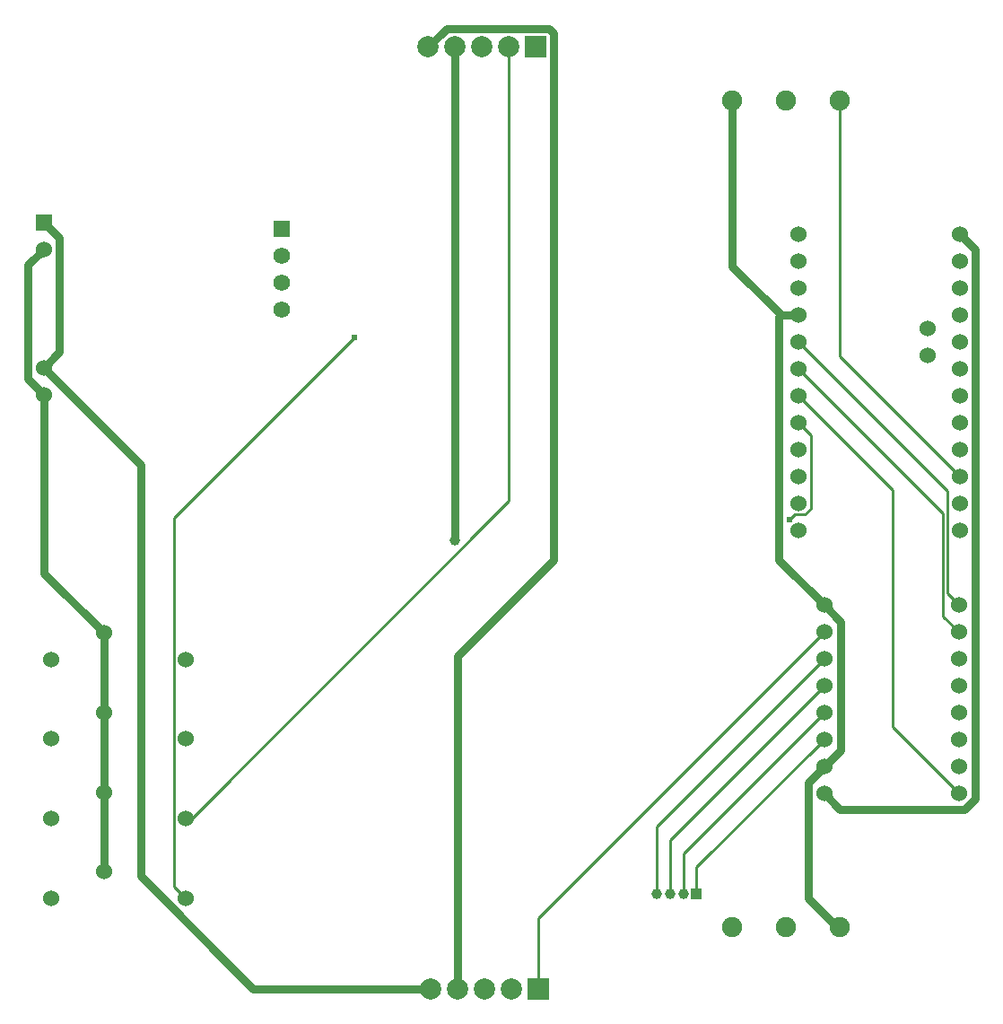
<source format=gbl>
G04 Layer: BottomLayer*
G04 EasyEDA v6.5.47, 2024-11-20 18:03:06*
G04 98833bf8f3114fe38780f31a112c5de4,28dbc4cd0de04f76b295d4d1f3f9c80b,10*
G04 Gerber Generator version 0.2*
G04 Scale: 100 percent, Rotated: No, Reflected: No *
G04 Dimensions in millimeters *
G04 leading zeros omitted , absolute positions ,4 integer and 5 decimal *
%FSLAX45Y45*%
%MOMM*%

%ADD10C,0.2540*%
%ADD11C,0.7600*%
%ADD12C,1.5240*%
%ADD13R,1.0000X1.0000*%
%ADD14C,1.0000*%
%ADD15R,2.0000X2.0000*%
%ADD16C,2.0000*%
%ADD17R,1.5748X1.5748*%
%ADD18C,1.5748*%
%ADD19R,1.5240X1.5240*%
%ADD20C,1.9000*%
%ADD21C,0.6100*%

%LPD*%
D10*
X7618984Y6118984D02*
G01*
X8985224Y4752743D01*
X8985224Y3784749D01*
X9134983Y3634991D01*
X7618984Y6372984D02*
G01*
X9026016Y4965951D01*
X9026016Y3997957D01*
X9134983Y3888991D01*
X7618984Y5610984D02*
G01*
X7736204Y5493763D01*
X7736204Y4798311D01*
X7682585Y4744692D01*
X7586319Y4744692D01*
X7535570Y4693942D01*
X7864983Y3126991D02*
G01*
X6410502Y1672511D01*
X6410502Y1168397D01*
X7864983Y2872991D02*
G01*
X6535521Y1543530D01*
X6535521Y1168397D01*
X7864983Y2618991D02*
G01*
X6660515Y1414523D01*
X6660515Y1168397D01*
X9142984Y5102981D02*
G01*
X8013700Y6232263D01*
X8013700Y8636000D01*
D11*
X7864983Y2364991D02*
G01*
X7713522Y2213531D01*
X7713522Y1119959D01*
X8007731Y825751D01*
X7864983Y3888991D02*
G01*
X8020405Y3733568D01*
X8020405Y2520414D01*
X7864983Y2364991D01*
X7618984Y6626984D02*
G01*
X7456881Y6626984D01*
X6997954Y8635745D02*
G01*
X6997954Y7085911D01*
X7456883Y6626981D01*
X1065123Y1374950D02*
G01*
X1065123Y2124961D01*
X1065123Y2124961D02*
G01*
X1065123Y2874947D01*
X1065123Y2874947D02*
G01*
X1065123Y3624958D01*
X1065123Y3624958D02*
G01*
X499998Y4190083D01*
X499998Y5872985D01*
X499998Y7245982D02*
G01*
X350012Y7095995D01*
X350012Y6022972D01*
X499998Y5872985D01*
X7456881Y6626984D02*
G01*
X7437018Y6607121D01*
X7437018Y4316956D01*
X7864983Y3888991D01*
X9142984Y7388984D02*
G01*
X9291167Y7240800D01*
X9291167Y2061690D01*
X9191370Y1961893D01*
X8014081Y1961893D01*
X7864983Y2110991D01*
X499998Y7499982D02*
G01*
X647827Y7352154D01*
X647827Y6274813D01*
X499998Y6126985D01*
X4152900Y266697D02*
G01*
X2476423Y266697D01*
X1412544Y1330576D01*
X1412544Y5214439D01*
X499998Y6126985D01*
D10*
X7864983Y3380991D02*
G01*
X6285509Y1801517D01*
X6285509Y1168397D01*
X4889500Y9156697D02*
G01*
X4889500Y4869914D01*
X1894611Y1875025D01*
X1834997Y1875025D01*
D11*
X4406900Y266697D02*
G01*
X4406900Y3406061D01*
X5311571Y4310733D01*
X5311571Y9285780D01*
X5269433Y9327918D01*
X4298721Y9327918D01*
X4127500Y9156697D01*
D10*
X3431438Y6416189D02*
G01*
X1726514Y4711265D01*
X1726514Y1233497D01*
X1834997Y1125014D01*
X7618984Y5864984D02*
G01*
X8510397Y4973571D01*
X8510397Y2735577D01*
X9134983Y2110991D01*
X7864983Y3634991D02*
G01*
X5168900Y938908D01*
X5168900Y266697D01*
D11*
X4381500Y9156697D02*
G01*
X4381500Y4499988D01*
D12*
G01*
X499998Y6126987D03*
G01*
X499998Y5872987D03*
D13*
G01*
X6660515Y1168400D03*
D14*
G01*
X6535521Y1168400D03*
G01*
X6410502Y1168400D03*
G01*
X6285509Y1168400D03*
D15*
G01*
X5143500Y9156700D03*
D16*
G01*
X4889500Y9156700D03*
G01*
X4635500Y9156700D03*
G01*
X4381500Y9156700D03*
G01*
X4127500Y9156700D03*
D15*
G01*
X5168900Y266700D03*
D16*
G01*
X4914900Y266700D03*
G01*
X4660900Y266700D03*
G01*
X4406900Y266700D03*
G01*
X4152900Y266700D03*
D17*
G01*
X2743200Y7442200D03*
D18*
G01*
X2743200Y7188200D03*
G01*
X2743200Y6934200D03*
G01*
X2743200Y6680200D03*
D19*
G01*
X499998Y7499985D03*
D12*
G01*
X499998Y7245985D03*
G01*
X1834997Y3375025D03*
G01*
X1065123Y3624961D03*
G01*
X564997Y3375025D03*
G01*
X1834997Y2625013D03*
G01*
X1065123Y2874949D03*
G01*
X564997Y2625013D03*
G01*
X1834997Y1875028D03*
G01*
X1065123Y2124963D03*
G01*
X564997Y1875028D03*
G01*
X1834997Y1125016D03*
G01*
X1065123Y1374952D03*
G01*
X564997Y1125016D03*
D20*
G01*
X6992238Y8649715D03*
G01*
X7499984Y8649970D03*
G01*
X8007984Y8649970D03*
G01*
X8007731Y850239D03*
G01*
X7499984Y849985D03*
G01*
X6991984Y849985D03*
D12*
G01*
X7864983Y2618994D03*
G01*
X7864983Y2364994D03*
G01*
X7864983Y2110994D03*
G01*
X7864983Y2872994D03*
G01*
X7864983Y3126994D03*
G01*
X7864983Y3380994D03*
G01*
X7864983Y3634994D03*
G01*
X7864983Y3888994D03*
G01*
X9134983Y3888994D03*
G01*
X9134983Y3634994D03*
G01*
X9134983Y3380994D03*
G01*
X9134983Y3126994D03*
G01*
X9134983Y2872994D03*
G01*
X9134983Y2618994D03*
G01*
X9134983Y2364994D03*
G01*
X9134983Y2110994D03*
G01*
X9142984Y5610987D03*
G01*
X9142984Y5864987D03*
G01*
X9142984Y6118987D03*
G01*
X9142984Y6372987D03*
G01*
X8842984Y6245987D03*
G01*
X8842984Y6499987D03*
G01*
X7618984Y6372987D03*
G01*
X7618984Y6118987D03*
G01*
X7618984Y5864987D03*
G01*
X7618984Y5610987D03*
G01*
X7618984Y5356987D03*
G01*
X7618984Y5102987D03*
G01*
X7618984Y4848987D03*
G01*
X7618984Y4594987D03*
G01*
X9142984Y4594987D03*
G01*
X9142984Y4848987D03*
G01*
X9142984Y5102987D03*
G01*
X9142984Y5356987D03*
G01*
X7618984Y6626987D03*
G01*
X9142984Y7134987D03*
G01*
X9142984Y7388987D03*
G01*
X9142984Y6880987D03*
G01*
X7618984Y6880987D03*
G01*
X7618984Y7134987D03*
G01*
X7618984Y7388987D03*
G01*
X9142984Y6626987D03*
D14*
G01*
X4381500Y4499990D03*
D21*
G01*
X3431438Y6416192D03*
G01*
X7535570Y4693945D03*
M02*

</source>
